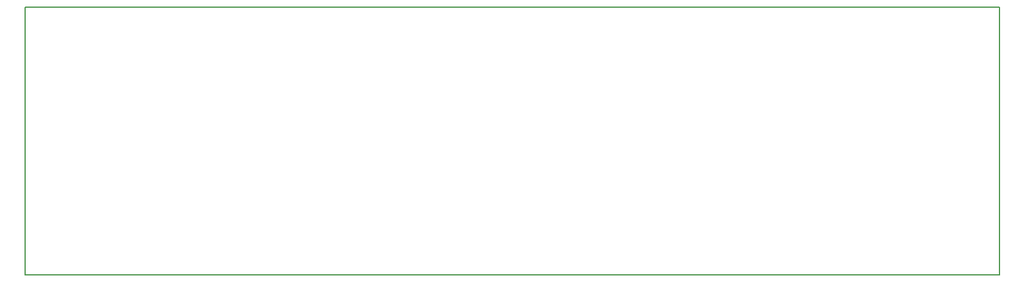
<source format=gbr>
G04 (created by PCBNEW (2013-mar-25)-stable) date Friday, August 07, 2015 11:50:23 AM*
%MOIN*%
G04 Gerber Fmt 3.4, Leading zero omitted, Abs format*
%FSLAX34Y34*%
G01*
G70*
G90*
G04 APERTURE LIST*
%ADD10C,0.006*%
%ADD11C,0.00590551*%
G04 APERTURE END LIST*
G54D10*
G54D11*
X33070Y-19685D02*
X87401Y-19685D01*
X87401Y-19685D02*
X87401Y-34645D01*
X87401Y-34645D02*
X33070Y-34645D01*
X33070Y-34645D02*
X33070Y-19685D01*
M02*

</source>
